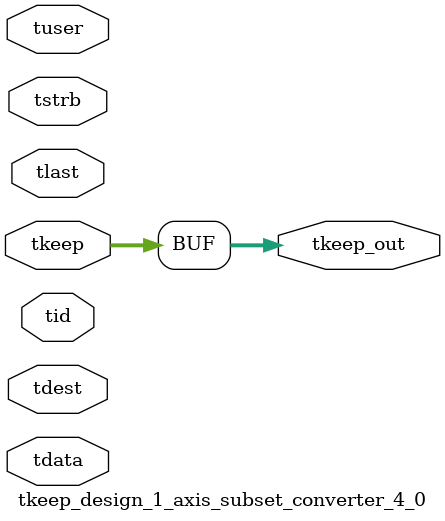
<source format=v>


`timescale 1ps/1ps

module tkeep_design_1_axis_subset_converter_4_0 #
(
parameter C_S_AXIS_TDATA_WIDTH = 32,
parameter C_S_AXIS_TUSER_WIDTH = 0,
parameter C_S_AXIS_TID_WIDTH   = 0,
parameter C_S_AXIS_TDEST_WIDTH = 0,
parameter C_M_AXIS_TDATA_WIDTH = 32
)
(
input  [(C_S_AXIS_TDATA_WIDTH == 0 ? 1 : C_S_AXIS_TDATA_WIDTH)-1:0     ] tdata,
input  [(C_S_AXIS_TUSER_WIDTH == 0 ? 1 : C_S_AXIS_TUSER_WIDTH)-1:0     ] tuser,
input  [(C_S_AXIS_TID_WIDTH   == 0 ? 1 : C_S_AXIS_TID_WIDTH)-1:0       ] tid,
input  [(C_S_AXIS_TDEST_WIDTH == 0 ? 1 : C_S_AXIS_TDEST_WIDTH)-1:0     ] tdest,
input  [(C_S_AXIS_TDATA_WIDTH/8)-1:0 ] tkeep,
input  [(C_S_AXIS_TDATA_WIDTH/8)-1:0 ] tstrb,
input                                                                    tlast,
output [(C_M_AXIS_TDATA_WIDTH/8)-1:0 ] tkeep_out
);

assign tkeep_out = {4'b1111,tkeep[3:0]};

endmodule


</source>
